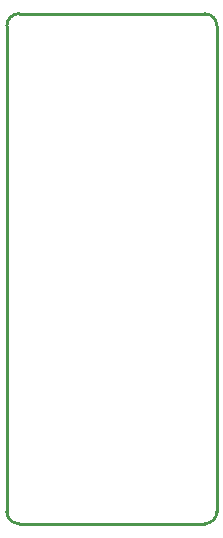
<source format=gko>
G04*
G04 #@! TF.GenerationSoftware,Altium Limited,Altium Designer,21.5.1 (32)*
G04*
G04 Layer_Color=16711935*
%FSLAX44Y44*%
%MOMM*%
G71*
G04*
G04 #@! TF.SameCoordinates,C2353FAA-8F2D-43E4-B4A7-D176906AD12A*
G04*
G04*
G04 #@! TF.FilePolarity,Positive*
G04*
G01*
G75*
%ADD93C,0.2540*%
D93*
X177800Y421640D02*
G03*
X167640Y431800I-10160J0D01*
G01*
Y0D02*
G03*
X177800Y10160I0J10160D01*
G01*
X10160Y431800D02*
G03*
X0Y421640I0J-10160D01*
G01*
Y10160D02*
G03*
X10160Y0I10160J0D01*
G01*
X167640D01*
X10160Y431800D02*
X167640D01*
X177800Y10160D02*
Y421640D01*
X0Y10160D02*
Y421640D01*
M02*

</source>
